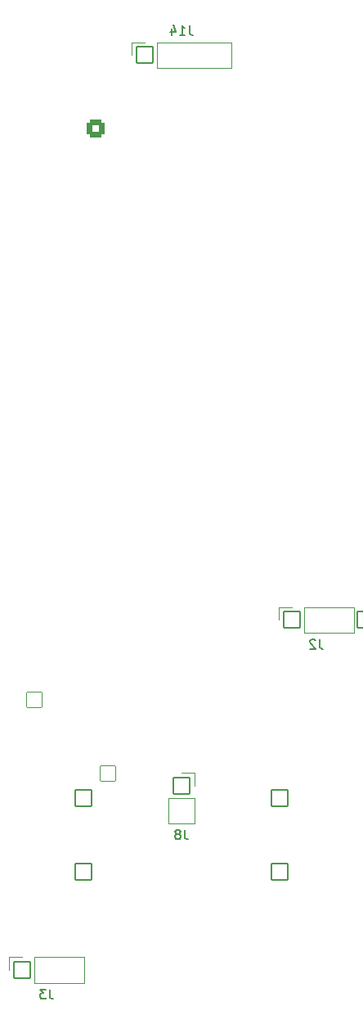
<source format=gbo>
G04 #@! TF.GenerationSoftware,KiCad,Pcbnew,(6.0.0)*
G04 #@! TF.CreationDate,2022-08-08T23:12:55+02:00*
G04 #@! TF.ProjectId,FG-VCO-(core2),46472d56-434f-42d2-9863-6f726532292e,rev?*
G04 #@! TF.SameCoordinates,Original*
G04 #@! TF.FileFunction,Legend,Bot*
G04 #@! TF.FilePolarity,Positive*
%FSLAX46Y46*%
G04 Gerber Fmt 4.6, Leading zero omitted, Abs format (unit mm)*
G04 Created by KiCad (PCBNEW (6.0.0)) date 2022-08-08 23:12:55*
%MOMM*%
%LPD*%
G01*
G04 APERTURE LIST*
G04 Aperture macros list*
%AMRoundRect*
0 Rectangle with rounded corners*
0 $1 Rounding radius*
0 $2 $3 $4 $5 $6 $7 $8 $9 X,Y pos of 4 corners*
0 Add a 4 corners polygon primitive as box body*
4,1,4,$2,$3,$4,$5,$6,$7,$8,$9,$2,$3,0*
0 Add four circle primitives for the rounded corners*
1,1,$1+$1,$2,$3*
1,1,$1+$1,$4,$5*
1,1,$1+$1,$6,$7*
1,1,$1+$1,$8,$9*
0 Add four rect primitives between the rounded corners*
20,1,$1+$1,$2,$3,$4,$5,0*
20,1,$1+$1,$4,$5,$6,$7,0*
20,1,$1+$1,$6,$7,$8,$9,0*
20,1,$1+$1,$8,$9,$2,$3,0*%
G04 Aperture macros list end*
%ADD10C,0.150000*%
%ADD11C,0.120000*%
%ADD12C,1.702000*%
%ADD13O,1.702000X1.702000*%
%ADD14C,1.626000*%
%ADD15RoundRect,0.051000X-0.800000X-0.800000X0.800000X-0.800000X0.800000X0.800000X-0.800000X0.800000X0*%
%ADD16RoundRect,0.051000X0.650000X0.650000X-0.650000X0.650000X-0.650000X-0.650000X0.650000X-0.650000X0*%
%ADD17C,1.402000*%
%ADD18RoundRect,0.051000X-0.850000X0.850000X-0.850000X-0.850000X0.850000X-0.850000X0.850000X0.850000X0*%
%ADD19C,1.542000*%
%ADD20C,3.302000*%
%ADD21RoundRect,0.301000X0.600000X-0.600000X0.600000X0.600000X-0.600000X0.600000X-0.600000X-0.600000X0*%
%ADD22C,1.802000*%
%ADD23RoundRect,0.051000X-0.850000X-0.850000X0.850000X-0.850000X0.850000X0.850000X-0.850000X0.850000X0*%
%ADD24RoundRect,0.051000X0.800000X0.800000X-0.800000X0.800000X-0.800000X-0.800000X0.800000X-0.800000X0*%
%ADD25O,1.802000X1.802000*%
%ADD26RoundRect,0.051000X0.850000X0.850000X-0.850000X0.850000X-0.850000X-0.850000X0.850000X-0.850000X0*%
G04 APERTURE END LIST*
D10*
X13033333Y-100417380D02*
X13033333Y-101131666D01*
X13080952Y-101274523D01*
X13176190Y-101369761D01*
X13319047Y-101417380D01*
X13414285Y-101417380D01*
X12652380Y-100417380D02*
X12033333Y-100417380D01*
X12366666Y-100798333D01*
X12223809Y-100798333D01*
X12128571Y-100845952D01*
X12080952Y-100893571D01*
X12033333Y-100988809D01*
X12033333Y-101226904D01*
X12080952Y-101322142D01*
X12128571Y-101369761D01*
X12223809Y-101417380D01*
X12509523Y-101417380D01*
X12604761Y-101369761D01*
X12652380Y-101322142D01*
X27003333Y-83907380D02*
X27003333Y-84621666D01*
X27050952Y-84764523D01*
X27146190Y-84859761D01*
X27289047Y-84907380D01*
X27384285Y-84907380D01*
X26384285Y-84335952D02*
X26479523Y-84288333D01*
X26527142Y-84240714D01*
X26574761Y-84145476D01*
X26574761Y-84097857D01*
X26527142Y-84002619D01*
X26479523Y-83955000D01*
X26384285Y-83907380D01*
X26193809Y-83907380D01*
X26098571Y-83955000D01*
X26050952Y-84002619D01*
X26003333Y-84097857D01*
X26003333Y-84145476D01*
X26050952Y-84240714D01*
X26098571Y-84288333D01*
X26193809Y-84335952D01*
X26384285Y-84335952D01*
X26479523Y-84383571D01*
X26527142Y-84431190D01*
X26574761Y-84526428D01*
X26574761Y-84716904D01*
X26527142Y-84812142D01*
X26479523Y-84859761D01*
X26384285Y-84907380D01*
X26193809Y-84907380D01*
X26098571Y-84859761D01*
X26050952Y-84812142D01*
X26003333Y-84716904D01*
X26003333Y-84526428D01*
X26050952Y-84431190D01*
X26098571Y-84383571D01*
X26193809Y-84335952D01*
X27479523Y-722380D02*
X27479523Y-1436666D01*
X27527142Y-1579523D01*
X27622380Y-1674761D01*
X27765238Y-1722380D01*
X27860476Y-1722380D01*
X26479523Y-1722380D02*
X27050952Y-1722380D01*
X26765238Y-1722380D02*
X26765238Y-722380D01*
X26860476Y-865238D01*
X26955714Y-960476D01*
X27050952Y-1008095D01*
X25622380Y-1055714D02*
X25622380Y-1722380D01*
X25860476Y-674761D02*
X26098571Y-1389047D01*
X25479523Y-1389047D01*
X40973333Y-64222380D02*
X40973333Y-64936666D01*
X41020952Y-65079523D01*
X41116190Y-65174761D01*
X41259047Y-65222380D01*
X41354285Y-65222380D01*
X40544761Y-64317619D02*
X40497142Y-64270000D01*
X40401904Y-64222380D01*
X40163809Y-64222380D01*
X40068571Y-64270000D01*
X40020952Y-64317619D01*
X39973333Y-64412857D01*
X39973333Y-64508095D01*
X40020952Y-64650952D01*
X40592380Y-65222380D01*
X39973333Y-65222380D01*
D11*
X8830000Y-97095000D02*
X8830000Y-98425000D01*
X16570000Y-97095000D02*
X16570000Y-99755000D01*
X11430000Y-99755000D02*
X16570000Y-99755000D01*
X10160000Y-97095000D02*
X8830000Y-97095000D01*
X11430000Y-97095000D02*
X16570000Y-97095000D01*
X11430000Y-97095000D02*
X11430000Y-99755000D01*
X28000000Y-78040000D02*
X26670000Y-78040000D01*
X28000000Y-80640000D02*
X28000000Y-83240000D01*
X28000000Y-79370000D02*
X28000000Y-78040000D01*
X28000000Y-83240000D02*
X25340000Y-83240000D01*
X28000000Y-80640000D02*
X25340000Y-80640000D01*
X25340000Y-80640000D02*
X25340000Y-83240000D01*
X22860000Y-2480000D02*
X21530000Y-2480000D01*
X24130000Y-2480000D02*
X24130000Y-5140000D01*
X24130000Y-5140000D02*
X31810000Y-5140000D01*
X31810000Y-2480000D02*
X31810000Y-5140000D01*
X24130000Y-2480000D02*
X31810000Y-2480000D01*
X21530000Y-2480000D02*
X21530000Y-3810000D01*
X44510000Y-60900000D02*
X44510000Y-63560000D01*
X36770000Y-60900000D02*
X36770000Y-62230000D01*
X39370000Y-63560000D02*
X44510000Y-63560000D01*
X39370000Y-60900000D02*
X44510000Y-60900000D01*
X39370000Y-60900000D02*
X39370000Y-63560000D01*
X38100000Y-60900000D02*
X36770000Y-60900000D01*
%LPC*%
D12*
X13970000Y-91440000D03*
D13*
X3810000Y-91440000D03*
D12*
X2540000Y-27305000D03*
D13*
X2540000Y-37465000D03*
D14*
X12065000Y-31115000D03*
X12065000Y-33655000D03*
D12*
X33655000Y-26035000D03*
D13*
X33655000Y-15875000D03*
D12*
X3810000Y-94615000D03*
D13*
X13970000Y-94615000D03*
D15*
X1270000Y-70485000D03*
D13*
X8890000Y-70485000D03*
D14*
X12700000Y-80645000D03*
X10160000Y-80645000D03*
X7620000Y-80645000D03*
X5080000Y-80645000D03*
X5080000Y-88265000D03*
X7620000Y-88265000D03*
X10160000Y-88265000D03*
X12700000Y-88265000D03*
X41275000Y-33655000D03*
X41275000Y-31115000D03*
X26670000Y-52705000D03*
X26670000Y-50165000D03*
X40640000Y-88265000D03*
X43180000Y-88265000D03*
X45720000Y-88265000D03*
X48260000Y-88265000D03*
X48260000Y-80645000D03*
X45720000Y-80645000D03*
X43180000Y-80645000D03*
X40640000Y-80645000D03*
D12*
X19685000Y-45085000D03*
D13*
X19685000Y-55245000D03*
D16*
X5080000Y-41275000D03*
D17*
X3810000Y-42545000D03*
X2540000Y-41275000D03*
D14*
X26670000Y-76835000D03*
X26670000Y-74295000D03*
X22860000Y-70485000D03*
X22860000Y-73025000D03*
X22860000Y-75565000D03*
X22860000Y-78105000D03*
X22860000Y-80645000D03*
X22860000Y-83185000D03*
X22860000Y-85725000D03*
X22860000Y-88265000D03*
X30480000Y-88265000D03*
X30480000Y-85725000D03*
X30480000Y-83185000D03*
X30480000Y-80645000D03*
X30480000Y-78105000D03*
X30480000Y-75565000D03*
X30480000Y-73025000D03*
X30480000Y-70485000D03*
X10160000Y-53975000D03*
X10160000Y-56515000D03*
D12*
X19685000Y-28575000D03*
D13*
X19685000Y-38735000D03*
D14*
X22860000Y-47625000D03*
X22860000Y-50165000D03*
X22860000Y-52705000D03*
X22860000Y-55245000D03*
X22860000Y-57785000D03*
X22860000Y-60325000D03*
X22860000Y-62865000D03*
X22860000Y-65405000D03*
X30480000Y-65405000D03*
X30480000Y-62865000D03*
X30480000Y-60325000D03*
X30480000Y-57785000D03*
X30480000Y-55245000D03*
X30480000Y-52705000D03*
X30480000Y-50165000D03*
X30480000Y-47625000D03*
D12*
X5080000Y-37465000D03*
D13*
X5080000Y-27305000D03*
D12*
X15240000Y-73025000D03*
D13*
X5080000Y-73025000D03*
D18*
X36830000Y-80645000D03*
D14*
X52070000Y-85725000D03*
X52070000Y-83185000D03*
D12*
X15240000Y-67310000D03*
D13*
X5080000Y-67310000D03*
D19*
X45720000Y-74930000D03*
X48260000Y-77470000D03*
X50800000Y-74930000D03*
D18*
X16510000Y-88265000D03*
D14*
X26670000Y-26035000D03*
X26670000Y-28575000D03*
X16510000Y-85725000D03*
X16510000Y-83185000D03*
X1270000Y-83185000D03*
X1270000Y-85725000D03*
D12*
X5080000Y-75565000D03*
D13*
X15240000Y-75565000D03*
D12*
X33655000Y-57785000D03*
D13*
X33655000Y-67945000D03*
D12*
X33655000Y-55245000D03*
D13*
X33655000Y-45085000D03*
D12*
X19685000Y-15875000D03*
D13*
X19685000Y-26035000D03*
D12*
X39370000Y-94615000D03*
D13*
X49530000Y-94615000D03*
D18*
X16510000Y-80645000D03*
D20*
X26670000Y-41910000D03*
D21*
X17780000Y-11430000D03*
D22*
X17780000Y-8890000D03*
X20320000Y-11430000D03*
X20320000Y-8890000D03*
X22860000Y-11430000D03*
X22860000Y-8890000D03*
X25400000Y-11430000D03*
X25400000Y-8890000D03*
X27940000Y-11430000D03*
X27940000Y-8890000D03*
X30480000Y-11430000D03*
X30480000Y-8890000D03*
X33020000Y-11430000D03*
X33020000Y-8890000D03*
X35560000Y-11430000D03*
X35560000Y-8890000D03*
D14*
X26670000Y-62865000D03*
X26670000Y-60325000D03*
D19*
X38100000Y-74930000D03*
X40640000Y-77470000D03*
X43180000Y-74930000D03*
D23*
X45720000Y-62230000D03*
D15*
X1270000Y-78105000D03*
D13*
X8890000Y-78105000D03*
D12*
X19685000Y-57785000D03*
D13*
X19685000Y-67945000D03*
D14*
X15875000Y-41275000D03*
X15875000Y-38735000D03*
X15875000Y-36195000D03*
X15875000Y-33655000D03*
X15875000Y-31115000D03*
X15875000Y-28575000D03*
X15875000Y-26035000D03*
X15875000Y-23495000D03*
X8255000Y-23495000D03*
X8255000Y-26035000D03*
X8255000Y-28575000D03*
X8255000Y-31115000D03*
X8255000Y-33655000D03*
X8255000Y-36195000D03*
X8255000Y-38735000D03*
X8255000Y-41275000D03*
D12*
X33655000Y-38735000D03*
D13*
X33655000Y-28575000D03*
D20*
X3810000Y-3810000D03*
D14*
X22860000Y-18415000D03*
X22860000Y-20955000D03*
X22860000Y-23495000D03*
X22860000Y-26035000D03*
X22860000Y-28575000D03*
X22860000Y-31115000D03*
X22860000Y-33655000D03*
X22860000Y-36195000D03*
X30480000Y-36195000D03*
X30480000Y-33655000D03*
X30480000Y-31115000D03*
X30480000Y-28575000D03*
X30480000Y-26035000D03*
X30480000Y-23495000D03*
X30480000Y-20955000D03*
X30480000Y-18415000D03*
X26670000Y-55245000D03*
X26670000Y-57785000D03*
X13970000Y-62865000D03*
X13970000Y-60325000D03*
X13970000Y-57785000D03*
X13970000Y-55245000D03*
X13970000Y-52705000D03*
X13970000Y-50165000D03*
X13970000Y-47625000D03*
X6350000Y-47625000D03*
X6350000Y-50165000D03*
X6350000Y-52705000D03*
X6350000Y-55245000D03*
X6350000Y-57785000D03*
X6350000Y-60325000D03*
X6350000Y-62865000D03*
D15*
X11430000Y-70485000D03*
D13*
X19050000Y-70485000D03*
D14*
X49530000Y-50165000D03*
X49530000Y-47625000D03*
X26670000Y-31115000D03*
X26670000Y-33655000D03*
D18*
X36830000Y-88265000D03*
D20*
X26670000Y-102870000D03*
D14*
X36830000Y-83185000D03*
X36830000Y-85725000D03*
D24*
X19050000Y-78105000D03*
D13*
X11430000Y-78105000D03*
D14*
X37465000Y-23495000D03*
X37465000Y-26035000D03*
X37465000Y-28575000D03*
X37465000Y-31115000D03*
X37465000Y-33655000D03*
X37465000Y-36195000D03*
X37465000Y-38735000D03*
X37465000Y-41275000D03*
X45085000Y-41275000D03*
X45085000Y-38735000D03*
X45085000Y-36195000D03*
X45085000Y-33655000D03*
X45085000Y-31115000D03*
X45085000Y-28575000D03*
X45085000Y-26035000D03*
X45085000Y-23495000D03*
D20*
X49530000Y-3810000D03*
D14*
X46990000Y-55245000D03*
X46990000Y-52705000D03*
X46990000Y-50165000D03*
X46990000Y-47625000D03*
X39370000Y-47625000D03*
X39370000Y-50165000D03*
X39370000Y-52705000D03*
X39370000Y-55245000D03*
X26670000Y-23495000D03*
X26670000Y-20955000D03*
X36830000Y-55245000D03*
X36830000Y-52705000D03*
D12*
X49530000Y-91440000D03*
D13*
X39370000Y-91440000D03*
D18*
X10160000Y-98425000D03*
D25*
X12700000Y-98425000D03*
X15240000Y-98425000D03*
D26*
X26670000Y-79370000D03*
D25*
X26670000Y-81910000D03*
D18*
X22860000Y-3810000D03*
D25*
X25400000Y-3810000D03*
X27940000Y-3810000D03*
X30480000Y-3810000D03*
D18*
X38100000Y-62230000D03*
D25*
X40640000Y-62230000D03*
X43180000Y-62230000D03*
M02*

</source>
